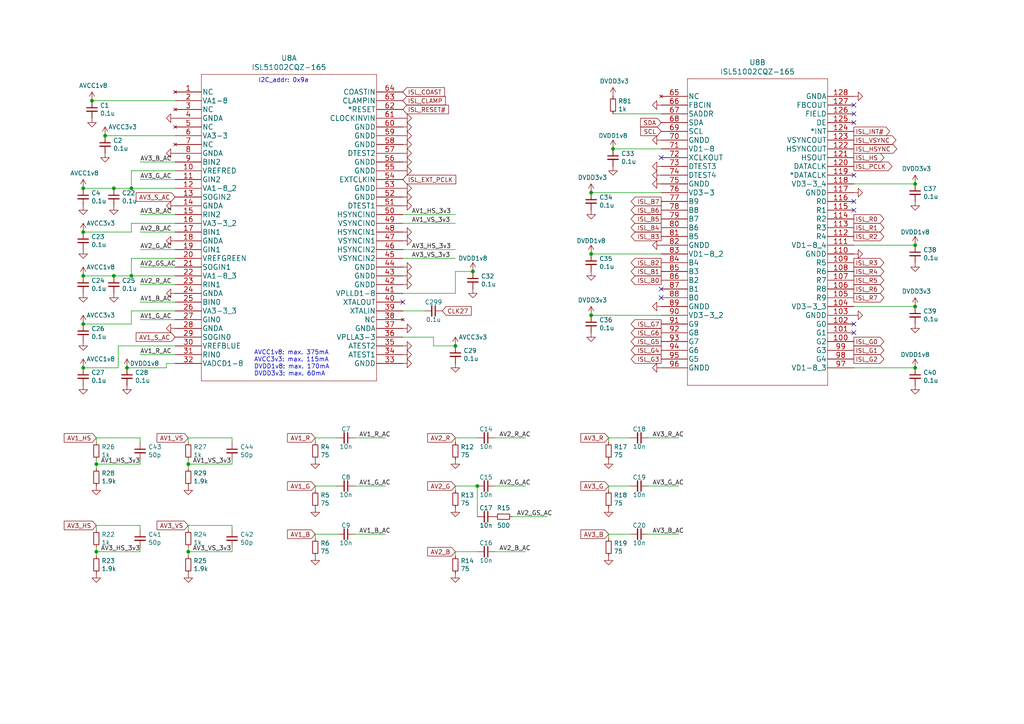
<source format=kicad_sch>
(kicad_sch (version 20211123) (generator eeschema)
  (paper "A4")
  (title_block (title "OSSC Pro") (date "2021-06-03") (rev "1.4"))
  (lib_symbols
    (symbol "Device:C_Small" (pin_numbers hide) (pin_names (offset 0.254) hide)
      (property "Reference" "C" (at 0.254 1.778 0))
      (property "Value" "C_Small" (at 0.254 -2.032 0))
      (symbol "C_Small_1_1"
        (pin passive line (at 0 2.54 270) (length 2.032) (name "~") (number "1"))
        (pin passive line (at 0 -2.54 90) (length 2.032) (name "~") (number "2"))
      )
    )
    (symbol "Device:R_Small" (pin_numbers hide) (pin_names (offset 0.254) hide)
      (property "Reference" "R" (at 0.762 0.508 0))
      (property "Value" "R_Small" (at 0.762 -1.016 0))
      (symbol "R_Small_1_1"
        (pin passive line (at 0 2.54 270) (length 0.762) (name "~") (number "1"))
        (pin passive line (at 0 -2.54 90) (length 0.762) (name "~") (number "2"))
      )
    )
    (symbol "custom_components:AVCC1v8" (power) (pin_names (offset 0))
      (property "Value" "AVCC1v8" (at 0 3.556 0))
      (symbol "AVCC1v8_1_1"
        (pin power_in line (at 0 0 90) (length 0) hide (name "AVCC1v8") (number "1"))
      )
    )
    (symbol "custom_components:AVCC3v3" (power) (pin_names (offset 0))
      (property "Value" "AVCC3v3" (at 0 3.556 0))
      (symbol "AVCC3v3_1_1"
        (pin power_in line (at 0 0 90) (length 0) hide (name "AVCC3v3") (number "1"))
      )
    )
    (symbol "custom_components:DVDD1v8" (power) (pin_names (offset 0))
      (property "Value" "DVDD1v8" (at 0 3.556 0))
      (symbol "DVDD1v8_1_1"
        (pin power_in line (at 0 0 90) (length 0) hide (name "DVDD1v8") (number "1"))
      )
    )
    (symbol "custom_components:DVDD3v3" (power) (pin_names (offset 0))
      (property "Value" "DVDD3v3" (at 0 3.556 0))
      (symbol "DVDD3v3_1_1"
        (pin power_in line (at 0 0 90) (length 0) hide (name "DVDD3v3") (number "1"))
      )
    )
    (symbol "custom_components:ISL51002CQZ-165" (pin_names (offset 0.254))
      (property "Reference" "U" (at 33.02 10.16 0))
      (property "Value" "ISL51002CQZ-165" (at 33.02 7.62 0))
      (symbol "ISL51002CQZ-165_1_1"
        (pin no_connect line (at 0 0 0) (length 7.62) (name "NC") (number "1"))
        (pin input line (at 0 -22.86 0) (length 7.62) (name "VREFRED") (number "10"))
        (pin input line (at 0 -25.4 0) (length 7.62) (name "GIN2") (number "11"))
        (pin power_in line (at 0 -27.94 0) (length 7.62) (name "VA1-8_2") (number "12"))
        (pin input line (at 0 -30.48 0) (length 7.62) (name "SOGIN2") (number "13"))
        (pin power_in line (at 0 -33.02 0) (length 7.62) (name "GNDA") (number "14"))
        (pin input line (at 0 -35.56 0) (length 7.62) (name "RIN2") (number "15"))
        (pin power_in line (at 0 -38.1 0) (length 7.62) (name "VA3-3_2") (number "16"))
        (pin input line (at 0 -40.64 0) (length 7.62) (name "BIN1") (number "17"))
        (pin power_in line (at 0 -43.18 0) (length 7.62) (name "GNDA") (number "18"))
        (pin input line (at 0 -45.72 0) (length 7.62) (name "GIN1") (number "19"))
        (pin power_in line (at 0 -2.54 0) (length 7.62) (name "VA1-8") (number "2"))
        (pin input line (at 0 -48.26 0) (length 7.62) (name "VREFGREEN") (number "20"))
        (pin input line (at 0 -50.8 0) (length 7.62) (name "SOGIN1") (number "21"))
        (pin power_in line (at 0 -53.34 0) (length 7.62) (name "VA1-8_3") (number "22"))
        (pin input line (at 0 -55.88 0) (length 7.62) (name "RIN1") (number "23"))
        (pin power_in line (at 0 -58.42 0) (length 7.62) (name "GNDA") (number "24"))
        (pin input line (at 0 -60.96 0) (length 7.62) (name "BIN0") (number "25"))
        (pin power_in line (at 0 -63.5 0) (length 7.62) (name "VA3-3_3") (number "26"))
        (pin input line (at 0 -66.04 0) (length 7.62) (name "GIN0") (number "27"))
        (pin power_in line (at 0 -68.58 0) (length 7.62) (name "GNDA") (number "28"))
        (pin input line (at 0 -71.12 0) (length 7.62) (name "SOGIN0") (number "29"))
        (pin no_connect line (at 0 -5.08 0) (length 7.62) (name "NC") (number "3"))
        (pin input line (at 0 -73.66 0) (length 7.62) (name "VREFBLUE") (number "30"))
        (pin input line (at 0 -76.2 0) (length 7.62) (name "RIN0") (number "31"))
        (pin power_in line (at 0 -78.74 0) (length 7.62) (name "VADCD1-8") (number "32"))
        (pin power_in line (at 66.04 -78.74 180) (length 7.62) (name "GNDD") (number "33"))
        (pin input line (at 66.04 -76.2 180) (length 7.62) (name "ATEST1") (number "34"))
        (pin input line (at 66.04 -73.66 180) (length 7.62) (name "ATEST2") (number "35"))
        (pin power_in line (at 66.04 -71.12 180) (length 7.62) (name "VPLLA3-3") (number "36"))
        (pin power_in line (at 66.04 -68.58 180) (length 7.62) (name "GNDA") (number "37"))
        (pin no_connect line (at 66.04 -66.04 180) (length 7.62) (name "NC") (number "38"))
        (pin input line (at 66.04 -63.5 180) (length 7.62) (name "XTALIN") (number "39"))
        (pin power_in line (at 0 -7.62 0) (length 7.62) (name "GNDA") (number "4"))
        (pin output line (at 66.04 -60.96 180) (length 7.62) (name "XTALOUT") (number "40"))
        (pin power_in line (at 66.04 -58.42 180) (length 7.62) (name "VPLLD1-8") (number "41"))
        (pin power_in line (at 66.04 -55.88 180) (length 7.62) (name "GNDD") (number "42"))
        (pin power_in line (at 66.04 -53.34 180) (length 7.62) (name "GNDD") (number "43"))
        (pin power_in line (at 66.04 -50.8 180) (length 7.62) (name "GNDD") (number "44"))
        (pin input line (at 66.04 -48.26 180) (length 7.62) (name "VSYNCIN2") (number "45"))
        (pin input line (at 66.04 -45.72 180) (length 7.62) (name "HSYNCIN2") (number "46"))
        (pin input line (at 66.04 -43.18 180) (length 7.62) (name "VSYNCIN1") (number "47"))
        (pin input line (at 66.04 -40.64 180) (length 7.62) (name "HSYNCIN1") (number "48"))
        (pin input line (at 66.04 -38.1 180) (length 7.62) (name "VSYNCIN0") (number "49"))
        (pin no_connect line (at 0 -10.16 0) (length 7.62) (name "NC") (number "5"))
        (pin input line (at 66.04 -35.56 180) (length 7.62) (name "HSYNCIN0") (number "50"))
        (pin input line (at 66.04 -33.02 180) (length 7.62) (name "DTEST1") (number "51"))
        (pin power_in line (at 66.04 -30.48 180) (length 7.62) (name "GNDD") (number "52"))
        (pin power_in line (at 66.04 -27.94 180) (length 7.62) (name "GNDD") (number "53"))
        (pin input line (at 66.04 -25.4 180) (length 7.62) (name "EXTCLKIN") (number "54"))
        (pin power_in line (at 66.04 -22.86 180) (length 7.62) (name "GNDD") (number "55"))
        (pin power_in line (at 66.04 -20.32 180) (length 7.62) (name "GNDD") (number "56"))
        (pin input line (at 66.04 -17.78 180) (length 7.62) (name "DTEST2") (number "57"))
        (pin power_in line (at 66.04 -15.24 180) (length 7.62) (name "GNDD") (number "58"))
        (pin power_in line (at 66.04 -12.7 180) (length 7.62) (name "GNDD") (number "59"))
        (pin power_in line (at 0 -12.7 0) (length 7.62) (name "VA3-3") (number "6"))
        (pin power_in line (at 66.04 -10.16 180) (length 7.62) (name "GNDD") (number "60"))
        (pin input line (at 66.04 -7.62 180) (length 7.62) (name "CLOCKINVIN") (number "61"))
        (pin input line (at 66.04 -5.08 180) (length 7.62) (name "*RESET") (number "62"))
        (pin input line (at 66.04 -2.54 180) (length 7.62) (name "CLAMPIN") (number "63"))
        (pin input line (at 66.04 0 180) (length 7.62) (name "COASTIN") (number "64"))
        (pin no_connect line (at 0 -15.24 0) (length 7.62) (name "NC") (number "7"))
        (pin power_in line (at 0 -17.78 0) (length 7.62) (name "GNDA") (number "8"))
        (pin input line (at 0 -20.32 0) (length 7.62) (name "BIN2") (number "9"))
      )
      (symbol "ISL51002CQZ-165_2_1"
        (pin output line (at 55.88 -71.12 180) (length 7.62) (name "G2") (number "100"))
        (pin output line (at 55.88 -68.58 180) (length 7.62) (name "G1") (number "101"))
        (pin output line (at 55.88 -66.04 180) (length 7.62) (name "G0") (number "102"))
        (pin power_in line (at 55.88 -63.5 180) (length 7.62) (name "GNDD") (number "103"))
        (pin power_in line (at 55.88 -60.96 180) (length 7.62) (name "VD3-3_3") (number "104"))
        (pin output line (at 55.88 -58.42 180) (length 7.62) (name "R9") (number "105"))
        (pin output line (at 55.88 -55.88 180) (length 7.62) (name "R8") (number "106"))
        (pin output line (at 55.88 -53.34 180) (length 7.62) (name "R7") (number "107"))
        (pin output line (at 55.88 -50.8 180) (length 7.62) (name "R6") (number "108"))
        (pin output line (at 55.88 -48.26 180) (length 7.62) (name "R5") (number "109"))
        (pin power_in line (at 55.88 -45.72 180) (length 7.62) (name "GNDD") (number "110"))
        (pin power_in line (at 55.88 -43.18 180) (length 7.62) (name "VD1-8_4") (number "111"))
        (pin output line (at 55.88 -40.64 180) (length 7.62) (name "R4") (number "112"))
        (pin output line (at 55.88 -38.1 180) (length 7.62) (name "R3") (number "113"))
        (pin output line (at 55.88 -35.56 180) (length 7.62) (name "R2") (number "114"))
        (pin output line (at 55.88 -33.02 180) (length 7.62) (name "R1") (number "115"))
        (pin output line (at 55.88 -30.48 180) (length 7.62) (name "R0") (number "116"))
        (pin power_in line (at 55.88 -27.94 180) (length 7.62) (name "GNDD") (number "117"))
        (pin power_in line (at 55.88 -25.4 180) (length 7.62) (name "VD3-3_4") (number "118"))
        (pin output line (at 55.88 -22.86 180) (length 7.62) (name "*DATACLK") (number "119"))
        (pin output line (at 55.88 -20.32 180) (length 7.62) (name "DATACLK") (number "120"))
        (pin output line (at 55.88 -17.78 180) (length 7.62) (name "HSOUT") (number "121"))
        (pin output line (at 55.88 -15.24 180) (length 7.62) (name "HSYNCOUT") (number "122"))
        (pin output line (at 55.88 -12.7 180) (length 7.62) (name "VSYNCOUT") (number "123"))
        (pin output line (at 55.88 -10.16 180) (length 7.62) (name "*INT") (number "124"))
        (pin output line (at 55.88 -7.62 180) (length 7.62) (name "DE") (number "125"))
        (pin output line (at 55.88 -5.08 180) (length 7.62) (name "FIELD") (number "126"))
        (pin output line (at 55.88 -2.54 180) (length 7.62) (name "FBCOUT") (number "127"))
        (pin power_in line (at 55.88 0 180) (length 7.62) (name "GNDA") (number "128"))
        (pin no_connect line (at 0 0 0) (length 7.62) (name "NC") (number "65"))
        (pin input line (at 0 -2.54 0) (length 7.62) (name "FBCIN") (number "66"))
        (pin input line (at 0 -5.08 0) (length 7.62) (name "SADDR") (number "67"))
        (pin bidirectional line (at 0 -7.62 0) (length 7.62) (name "SDA") (number "68"))
        (pin input line (at 0 -10.16 0) (length 7.62) (name "SCL") (number "69"))
        (pin power_in line (at 0 -12.7 0) (length 7.62) (name "GNDD") (number "70"))
        (pin power_in line (at 0 -15.24 0) (length 7.62) (name "VD1-8") (number "71"))
        (pin output line (at 0 -17.78 0) (length 7.62) (name "XCLKOUT") (number "72"))
        (pin input line (at 0 -20.32 0) (length 7.62) (name "DTEST3") (number "73"))
        (pin input line (at 0 -22.86 0) (length 7.62) (name "DTEST4") (number "74"))
        (pin power_in line (at 0 -25.4 0) (length 7.62) (name "GNDD") (number "75"))
        (pin power_in line (at 0 -27.94 0) (length 7.62) (name "VD3-3") (number "76"))
        (pin output line (at 0 -30.48 0) (length 7.62) (name "B9") (number "77"))
        (pin output line (at 0 -33.02 0) (length 7.62) (name "B8") (number "78"))
        (pin output line (at 0 -35.56 0) (length 7.62) (name "B7") (number "79"))
        (pin output line (at 0 -38.1 0) (length 7.62) (name "B6") (number "80"))
        (pin output line (at 0 -40.64 0) (length 7.62) (name "B5") (number "81"))
        (pin power_in line (at 0 -43.18 0) (length 7.62) (name "GNDD") (number "82"))
        (pin power_in line (at 0 -45.72 0) (length 7.62) (name "VD1-8_2") (number "83"))
        (pin output line (at 0 -48.26 0) (length 7.62) (name "B4") (number "84"))
        (pin output line (at 0 -50.8 0) (length 7.62) (name "B3") (number "85"))
        (pin output line (at 0 -53.34 0) (length 7.62) (name "B2") (number "86"))
        (pin output line (at 0 -55.88 0) (length 7.62) (name "B1") (number "87"))
        (pin output line (at 0 -58.42 0) (length 7.62) (name "B0") (number "88"))
        (pin power_in line (at 0 -60.96 0) (length 7.62) (name "GNDD") (number "89"))
        (pin power_in line (at 0 -63.5 0) (length 7.62) (name "VD3-3_2") (number "90"))
        (pin output line (at 0 -66.04 0) (length 7.62) (name "G9") (number "91"))
        (pin output line (at 0 -68.58 0) (length 7.62) (name "G8") (number "92"))
        (pin output line (at 0 -71.12 0) (length 7.62) (name "G7") (number "93"))
        (pin output line (at 0 -73.66 0) (length 7.62) (name "G6") (number "94"))
        (pin output line (at 0 -76.2 0) (length 7.62) (name "G5") (number "95"))
        (pin power_in line (at 0 -78.74 0) (length 7.62) (name "GNDD") (number "96"))
        (pin power_in line (at 55.88 -78.74 180) (length 7.62) (name "VD1-8_3") (number "97"))
        (pin output line (at 55.88 -76.2 180) (length 7.62) (name "G4") (number "98"))
        (pin output line (at 55.88 -73.66 180) (length 7.62) (name "G3") (number "99"))
      )
    )
    (symbol "power:GND" (power) (pin_names (offset 0))
      (property "Value" "GND" (at 0 -3.81 0))
      (symbol "GND_1_1"
        (pin power_in line (at 0 0 270) (length 0) hide (name "GND") (number "1"))
      )
    )
  )
  (junction (at 171.45 55.88))
  (junction (at 38.1 54.61))
  (junction (at 27.94 134.62))
  (junction (at 265.43 71.12))
  (junction (at 36.83 106.68))
  (junction (at 171.45 73.66))
  (junction (at 24.13 106.68))
  (junction (at 171.45 91.44))
  (junction (at 27.94 160.02))
  (junction (at 132.08 100.33))
  (junction (at 265.43 88.9))
  (junction (at 138.43 140.97))
  (junction (at 265.43 106.68))
  (junction (at 24.13 54.61))
  (junction (at 24.13 93.98))
  (junction (at 265.43 53.34))
  (junction (at 54.61 134.62))
  (junction (at 38.1 80.01))
  (junction (at 33.02 54.61))
  (junction (at 137.16 78.74))
  (junction (at 54.61 160.02))
  (junction (at 177.8 43.18))
  (junction (at 26.67 29.21))
  (junction (at 30.48 39.37))
  (junction (at 24.13 80.01))
  (junction (at 24.13 67.31))
  (junction (at 33.02 80.01))
  (no_connect (at 247.65 96.52))
  (no_connect (at 247.65 50.8))
  (no_connect (at 247.65 35.56))
  (no_connect (at 116.84 87.63))
  (no_connect (at 247.65 60.96))
  (no_connect (at 247.65 58.42))
  (no_connect (at 191.77 86.36))
  (no_connect (at 191.77 83.82))
  (no_connect (at 247.65 33.02))
  (no_connect (at 191.77 45.72))
  (no_connect (at 247.65 93.98))
  (no_connect (at 247.65 30.48))
  (wire (pts (xy 54.61 153.67) (xy 54.61 152.4)))
  (wire (pts (xy 54.61 128.27) (xy 54.61 127)))
  (wire (pts (xy 132.08 62.23) (xy 116.84 62.23)))
  (wire (pts (xy 38.1 67.31) (xy 24.13 67.31)))
  (wire (pts (xy 24.13 80.01) (xy 33.02 80.01)))
  (wire (pts (xy 54.61 158.75) (xy 54.61 160.02)))
  (wire (pts (xy 50.8 74.93) (xy 38.1 74.93)))
  (wire (pts (xy 91.44 156.21) (xy 91.44 154.94)))
  (wire (pts (xy 27.94 134.62) (xy 27.94 135.89)))
  (wire (pts (xy 40.64 153.67) (xy 40.64 152.4)))
  (wire (pts (xy 38.1 93.98) (xy 24.13 93.98)))
  (wire (pts (xy 67.31 153.67) (xy 67.31 152.4)))
  (wire (pts (xy 132.08 78.74) (xy 137.16 78.74)))
  (wire (pts (xy 40.64 62.23) (xy 50.8 62.23)))
  (wire (pts (xy 265.43 71.12) (xy 247.65 71.12)))
  (wire (pts (xy 54.61 133.35) (xy 54.61 134.62)))
  (wire (pts (xy 111.76 154.94) (xy 102.87 154.94)))
  (wire (pts (xy 132.08 64.77) (xy 116.84 64.77)))
  (wire (pts (xy 91.44 142.24) (xy 91.44 140.97)))
  (wire (pts (xy 67.31 128.27) (xy 67.31 127)))
  (wire (pts (xy 116.84 74.93) (xy 132.08 74.93)))
  (wire (pts (xy 50.8 29.21) (xy 26.67 29.21)))
  (wire (pts (xy 132.08 142.24) (xy 132.08 140.97)))
  (wire (pts (xy 40.64 92.71) (xy 50.8 92.71)))
  (wire (pts (xy 67.31 127) (xy 54.61 127)))
  (wire (pts (xy 191.77 73.66) (xy 171.45 73.66)))
  (wire (pts (xy 48.26 105.41) (xy 48.26 106.68)))
  (wire (pts (xy 111.76 127) (xy 102.87 127)))
  (wire (pts (xy 67.31 152.4) (xy 54.61 152.4)))
  (wire (pts (xy 116.84 72.39) (xy 132.08 72.39)))
  (wire (pts (xy 30.48 39.37) (xy 50.8 39.37)))
  (wire (pts (xy 111.76 140.97) (xy 102.87 140.97)))
  (wire (pts (xy 196.85 154.94) (xy 187.96 154.94)))
  (wire (pts (xy 152.4 140.97) (xy 143.51 140.97)))
  (wire (pts (xy 38.1 67.31) (xy 38.1 64.77)))
  (wire (pts (xy 54.61 160.02) (xy 67.31 160.02)))
  (wire (pts (xy 50.8 54.61) (xy 38.1 54.61)))
  (wire (pts (xy 40.64 67.31) (xy 50.8 67.31)))
  (wire (pts (xy 247.65 88.9) (xy 265.43 88.9)))
  (wire (pts (xy 176.53 156.21) (xy 176.53 154.94)))
  (wire (pts (xy 50.8 90.17) (xy 38.1 90.17)))
  (wire (pts (xy 196.85 127) (xy 187.96 127)))
  (wire (pts (xy 97.79 127) (xy 91.44 127)))
  (wire (pts (xy 27.94 160.02) (xy 40.64 160.02)))
  (wire (pts (xy 182.88 127) (xy 176.53 127)))
  (wire (pts (xy 67.31 160.02) (xy 67.31 158.75)))
  (wire (pts (xy 176.53 128.27) (xy 176.53 127)))
  (wire (pts (xy 27.94 158.75) (xy 27.94 160.02)))
  (wire (pts (xy 67.31 134.62) (xy 67.31 133.35)))
  (wire (pts (xy 182.88 154.94) (xy 176.53 154.94)))
  (wire (pts (xy 132.08 100.33) (xy 125.73 100.33)))
  (wire (pts (xy 40.64 46.99) (xy 50.8 46.99)))
  (wire (pts (xy 40.64 72.39) (xy 50.8 72.39)))
  (wire (pts (xy 40.64 134.62) (xy 40.64 133.35)))
  (wire (pts (xy 40.64 128.27) (xy 40.64 127)))
  (wire (pts (xy 27.94 128.27) (xy 27.94 127)))
  (wire (pts (xy 152.4 160.02) (xy 143.51 160.02)))
  (wire (pts (xy 97.79 140.97) (xy 91.44 140.97)))
  (wire (pts (xy 40.64 52.07) (xy 50.8 52.07)))
  (wire (pts (xy 132.08 161.29) (xy 132.08 160.02)))
  (wire (pts (xy 54.61 134.62) (xy 67.31 134.62)))
  (wire (pts (xy 38.1 49.53) (xy 50.8 49.53)))
  (wire (pts (xy 38.1 54.61) (xy 38.1 49.53)))
  (wire (pts (xy 116.84 85.09) (xy 132.08 85.09)))
  (wire (pts (xy 152.4 127) (xy 143.51 127)))
  (wire (pts (xy 247.65 53.34) (xy 265.43 53.34)))
  (wire (pts (xy 38.1 54.61) (xy 33.02 54.61)))
  (wire (pts (xy 50.8 64.77) (xy 38.1 64.77)))
  (wire (pts (xy 138.43 140.97) (xy 138.43 149.86)))
  (wire (pts (xy 132.08 128.27) (xy 132.08 127)))
  (wire (pts (xy 27.94 134.62) (xy 40.64 134.62)))
  (wire (pts (xy 50.8 105.41) (xy 48.26 105.41)))
  (wire (pts (xy 40.64 82.55) (xy 50.8 82.55)))
  (wire (pts (xy 138.43 160.02) (xy 132.08 160.02)))
  (wire (pts (xy 54.61 160.02) (xy 54.61 161.29)))
  (wire (pts (xy 40.64 160.02) (xy 40.64 158.75)))
  (wire (pts (xy 34.29 106.68) (xy 34.29 100.33)))
  (wire (pts (xy 40.64 152.4) (xy 27.94 152.4)))
  (wire (pts (xy 132.08 85.09) (xy 132.08 78.74)))
  (wire (pts (xy 138.43 127) (xy 132.08 127)))
  (wire (pts (xy 97.79 154.94) (xy 91.44 154.94)))
  (wire (pts (xy 27.94 133.35) (xy 27.94 134.62)))
  (wire (pts (xy 40.64 127) (xy 27.94 127)))
  (wire (pts (xy 91.44 128.27) (xy 91.44 127)))
  (wire (pts (xy 40.64 102.87) (xy 50.8 102.87)))
  (wire (pts (xy 38.1 90.17) (xy 38.1 93.98)))
  (wire (pts (xy 40.64 87.63) (xy 50.8 87.63)))
  (wire (pts (xy 265.43 106.68) (xy 247.65 106.68)))
  (wire (pts (xy 158.75 149.86) (xy 148.59 149.86)))
  (wire (pts (xy 176.53 142.24) (xy 176.53 140.97)))
  (wire (pts (xy 191.77 33.02) (xy 177.8 33.02)))
  (wire (pts (xy 191.77 55.88) (xy 171.45 55.88)))
  (wire (pts (xy 48.26 106.68) (xy 36.83 106.68)))
  (wire (pts (xy 138.43 140.97) (xy 132.08 140.97)))
  (wire (pts (xy 34.29 100.33) (xy 50.8 100.33)))
  (wire (pts (xy 125.73 100.33) (xy 125.73 97.79)))
  (wire (pts (xy 177.8 43.18) (xy 191.77 43.18)))
  (wire (pts (xy 33.02 54.61) (xy 24.13 54.61)))
  (wire (pts (xy 24.13 106.68) (xy 34.29 106.68)))
  (wire (pts (xy 40.64 77.47) (xy 50.8 77.47)))
  (wire (pts (xy 171.45 91.44) (xy 191.77 91.44)))
  (wire (pts (xy 38.1 74.93) (xy 38.1 80.01)))
  (wire (pts (xy 50.8 80.01) (xy 38.1 80.01)))
  (wire (pts (xy 27.94 160.02) (xy 27.94 161.29)))
  (wire (pts (xy 196.85 140.97) (xy 187.96 140.97)))
  (wire (pts (xy 38.1 80.01) (xy 33.02 80.01)))
  (wire (pts (xy 182.88 140.97) (xy 176.53 140.97)))
  (wire (pts (xy 27.94 153.67) (xy 27.94 152.4)))
  (wire (pts (xy 116.84 90.17) (xy 123.19 90.17)))
  (wire (pts (xy 54.61 134.62) (xy 54.61 135.89)))
  (wire (pts (xy 125.73 97.79) (xy 116.84 97.79)))
  (text "I2C_addr: 0x9a" (at 74.93 24.13 0) (effects (font (size 1.27 1.27)) (justify left bottom)))
  (text "AVCC1v8: max. 375mA\nAVCC3v3: max. 115mA\nDVDD1v8: max. 170mA\nDVDD3v3: max. 60mA" (at 73.66 109.22 0) (effects (font (size 1.27 1.27)) (justify left bottom)))
  (label "AV2_R_AC" (at 144.78 127 0))
  (label "AV2_GS_AC" (at 40.64 77.47 0))
  (label "AV2_R_AC" (at 40.64 82.55 0))
  (label "AV3_HS_3v3" (at 29.21 160.02 0))
  (label "AV3_G_AC" (at 40.64 52.07 0))
  (label "AV1_B_AC" (at 104.14 154.94 0))
  (label "AV3_VS_3v3" (at 119.38 74.93 0))
  (label "AV1_G_AC" (at 40.64 92.71 0))
  (label "AV1_B_AC" (at 40.64 87.63 0))
  (label "AV1_HS_3v3" (at 29.21 134.62 0))
  (label "AV2_G_AC" (at 40.64 72.39 0))
  (label "AV3_HS_3v3" (at 119.38 72.39 0))
  (label "AV1_VS_3v3" (at 55.88 134.62 0))
  (label "AV3_B_AC" (at 40.64 46.99 0))
  (label "AV1_VS_3v3" (at 119.38 64.77 0))
  (label "AV2_B_AC" (at 144.78 160.02 0))
  (label "AV2_B_AC" (at 40.64 67.31 0))
  (label "AV2_GS_AC" (at 149.86 149.86 0))
  (label "AV1_R_AC" (at 104.14 127 0))
  (label "AV1_HS_3v3" (at 119.38 62.23 0))
  (label "AV1_R_AC" (at 40.64 102.87 0))
  (label "AV3_B_AC" (at 189.23 154.94 0))
  (label "AV3_R_AC" (at 40.64 62.23 0))
  (label "AV3_R_AC" (at 189.23 127 0))
  (label "AV3_VS_3v3" (at 55.88 160.02 0))
  (label "AV3_G_AC" (at 189.23 140.97 0))
  (label "AV2_G_AC" (at 144.78 140.97 0))
  (label "AV1_G_AC" (at 104.14 140.97 0))
  (global_label "AV1_G" (shape input) (at 91.44 140.97 180) (property "Intersheet References" "${INTERSHEET_REFS}" (effects hide)))
  (global_label "AV3_G" (shape input) (at 176.53 140.97 180) (property "Intersheet References" "${INTERSHEET_REFS}" (effects hide)))
  (global_label "ISL_B5" (shape output) (at 191.77 63.5 180) (property "Intersheet References" "${INTERSHEET_REFS}" (effects hide)))
  (global_label "AV3_HS" (shape input) (at 27.94 152.4 180) (property "Intersheet References" "${INTERSHEET_REFS}" (effects hide)))
  (global_label "ISL_B3" (shape output) (at 191.77 68.58 180) (property "Intersheet References" "${INTERSHEET_REFS}" (effects hide)))
  (global_label "SDA" (shape input) (at 191.77 35.56 180) (property "Intersheet References" "${INTERSHEET_REFS}" (effects hide)))
  (global_label "SCL" (shape input) (at 191.77 38.1 180) (property "Intersheet References" "${INTERSHEET_REFS}" (effects hide)))
  (global_label "ISL_R3" (shape output) (at 247.65 76.2 0) (property "Intersheet References" "${INTERSHEET_REFS}" (effects hide)))
  (global_label "ISL_G7" (shape output) (at 191.77 93.98 180) (property "Intersheet References" "${INTERSHEET_REFS}" (effects hide)))
  (global_label "AV3_S_AC" (shape input) (at 50.8 57.15 180) (property "Intersheet References" "${INTERSHEET_REFS}" (effects hide)))
  (global_label "ISL_R4" (shape output) (at 247.65 78.74 0) (property "Intersheet References" "${INTERSHEET_REFS}" (effects hide)))
  (global_label "ISL_R5" (shape output) (at 247.65 81.28 0) (property "Intersheet References" "${INTERSHEET_REFS}" (effects hide)))
  (global_label "ISL_EXT_PCLK" (shape input) (at 116.84 52.07 0) (property "Intersheet References" "${INTERSHEET_REFS}" (effects hide)))
  (global_label "ISL_HSYNC" (shape output) (at 247.65 43.18 0) (property "Intersheet References" "${INTERSHEET_REFS}" (effects hide)))
  (global_label "ISL_VSYNC" (shape output) (at 247.65 40.64 0) (property "Intersheet References" "${INTERSHEET_REFS}" (effects hide)))
  (global_label "ISL_R2" (shape output) (at 247.65 68.58 0) (property "Intersheet References" "${INTERSHEET_REFS}" (effects hide)))
  (global_label "ISL_R0" (shape output) (at 247.65 63.5 0) (property "Intersheet References" "${INTERSHEET_REFS}" (effects hide)))
  (global_label "AV2_R" (shape input) (at 132.08 127 180) (property "Intersheet References" "${INTERSHEET_REFS}" (effects hide)))
  (global_label "ISL_G3" (shape output) (at 191.77 104.14 180) (property "Intersheet References" "${INTERSHEET_REFS}" (effects hide)))
  (global_label "AV3_VS" (shape input) (at 54.61 152.4 180) (property "Intersheet References" "${INTERSHEET_REFS}" (effects hide)))
  (global_label "AV3_R" (shape input) (at 176.53 127 180) (property "Intersheet References" "${INTERSHEET_REFS}" (effects hide)))
  (global_label "ISL_PCLK" (shape output) (at 247.65 48.26 0) (property "Intersheet References" "${INTERSHEET_REFS}" (effects hide)))
  (global_label "CLK27" (shape input) (at 128.27 90.17 0) (property "Intersheet References" "${INTERSHEET_REFS}" (effects hide)))
  (global_label "ISL_CLAMP" (shape input) (at 116.84 29.21 0) (property "Intersheet References" "${INTERSHEET_REFS}" (effects hide)))
  (global_label "ISL_G2" (shape output) (at 247.65 104.14 0) (property "Intersheet References" "${INTERSHEET_REFS}" (effects hide)))
  (global_label "ISL_RESET#" (shape input) (at 116.84 31.75 0) (property "Intersheet References" "${INTERSHEET_REFS}" (effects hide)))
  (global_label "AV3_B" (shape input) (at 176.53 154.94 180) (property "Intersheet References" "${INTERSHEET_REFS}" (effects hide)))
  (global_label "ISL_B2" (shape output) (at 191.77 76.2 180) (property "Intersheet References" "${INTERSHEET_REFS}" (effects hide)))
  (global_label "ISL_COAST" (shape input) (at 116.84 26.67 0) (property "Intersheet References" "${INTERSHEET_REFS}" (effects hide)))
  (global_label "ISL_B4" (shape output) (at 191.77 66.04 180) (property "Intersheet References" "${INTERSHEET_REFS}" (effects hide)))
  (global_label "AV1_HS" (shape input) (at 27.94 127 180) (property "Intersheet References" "${INTERSHEET_REFS}" (effects hide)))
  (global_label "ISL_G6" (shape output) (at 191.77 96.52 180) (property "Intersheet References" "${INTERSHEET_REFS}" (effects hide)))
  (global_label "ISL_R6" (shape output) (at 247.65 83.82 0) (property "Intersheet References" "${INTERSHEET_REFS}" (effects hide)))
  (global_label "ISL_B6" (shape output) (at 191.77 60.96 180) (property "Intersheet References" "${INTERSHEET_REFS}" (effects hide)))
  (global_label "ISL_G1" (shape output) (at 247.65 101.6 0) (property "Intersheet References" "${INTERSHEET_REFS}" (effects hide)))
  (global_label "ISL_R1" (shape output) (at 247.65 66.04 0) (property "Intersheet References" "${INTERSHEET_REFS}" (effects hide)))
  (global_label "AV1_R" (shape input) (at 91.44 127 180) (property "Intersheet References" "${INTERSHEET_REFS}" (effects hide)))
  (global_label "ISL_G0" (shape output) (at 247.65 99.06 0) (property "Intersheet References" "${INTERSHEET_REFS}" (effects hide)))
  (global_label "ISL_B7" (shape output) (at 191.77 58.42 180) (property "Intersheet References" "${INTERSHEET_REFS}" (effects hide)))
  (global_label "AV1_B" (shape input) (at 91.44 154.94 180) (property "Intersheet References" "${INTERSHEET_REFS}" (effects hide)))
  (global_label "ISL_G5" (shape output) (at 191.77 99.06 180) (property "Intersheet References" "${INTERSHEET_REFS}" (effects hide)))
  (global_label "ISL_B0" (shape output) (at 191.77 81.28 180) (property "Intersheet References" "${INTERSHEET_REFS}" (effects hide)))
  (global_label "ISL_INT#" (shape output) (at 247.65 38.1 0) (property "Intersheet References" "${INTERSHEET_REFS}" (effects hide)))
  (global_label "AV1_VS" (shape input) (at 54.61 127 180) (property "Intersheet References" "${INTERSHEET_REFS}" (effects hide)))
  (global_label "AV2_B" (shape input) (at 132.08 160.02 180) (property "Intersheet References" "${INTERSHEET_REFS}" (effects hide)))
  (global_label "ISL_HS" (shape output) (at 247.65 45.72 0) (property "Intersheet References" "${INTERSHEET_REFS}" (effects hide)))
  (global_label "ISL_R7" (shape output) (at 247.65 86.36 0) (property "Intersheet References" "${INTERSHEET_REFS}" (effects hide)))
  (global_label "AV2_G" (shape input) (at 132.08 140.97 180) (property "Intersheet References" "${INTERSHEET_REFS}" (effects hide)))
  (global_label "ISL_G4" (shape output) (at 191.77 101.6 180) (property "Intersheet References" "${INTERSHEET_REFS}" (effects hide)))
  (global_label "AV1_S_AC" (shape input) (at 50.8 97.79 180) (property "Intersheet References" "${INTERSHEET_REFS}" (effects hide)))
  (global_label "ISL_B1" (shape output) (at 191.77 78.74 180) (property "Intersheet References" "${INTERSHEET_REFS}" (effects hide)))
  (symbol (lib_id "custom_components:ISL51002CQZ-165") (at 50.8 26.67 0) (unit 1)
    (property "Reference" "U8" (at 83.82 16.8402 0) (effects (font (size 1.524 1.524))))
    (property "Value" "ISL51002CQZ-165" (at 83.82 19.5326 0) (effects (font (size 1.524 1.524))))
    (property "Footprint" "custom_components:ISL51002CQZ-165" (effects hide))
  )
  (symbol (lib_id "custom_components:ISL51002CQZ-165") (at 191.77 27.94 0) (unit 2)
    (property "Reference" "U8" (at 219.71 18.1102 0) (effects (font (size 1.524 1.524))))
    (property "Value" "ISL51002CQZ-165" (at 219.71 20.8026 0) (effects (font (size 1.524 1.524))))
    (property "Footprint" "custom_components:ISL51002CQZ-165" (effects hide))
  )
  (symbol (lib_id "Device:C_Small") (at 26.67 31.75 0) (unit 1)
    (property "Reference" "C1" (at 29.0068 30.5816 0) (effects (justify left)))
    (property "Value" "0.1u" (at 29.0068 32.893 0) (effects (justify left)))
    (property "Footprint" "Capacitor_SMD:C_0402_1005Metric" (effects hide))
  )
  (symbol (lib_id "power:GND") (at 26.67 34.29 0) (unit 1)
    (property "Reference" "#PWR0135" (effects hide))
    (property "Value" "GND" (effects hide))
  )
  (symbol (lib_id "custom_components:AVCC1v8") (at 26.67 29.21 0) (unit 1)
    (property "Reference" "#PWR0136" (effects hide))
    (property "Value" "AVCC1v8" (at 27.051 24.8158 0))
  )
  (symbol (lib_id "power:GND") (at 50.8 34.29 270) (unit 1)
    (property "Reference" "#PWR0137" (effects hide))
    (property "Value" "GND" (effects hide))
  )
  (symbol (lib_id "power:GND") (at 50.8 44.45 270) (unit 1)
    (property "Reference" "#PWR0138" (effects hide))
    (property "Value" "GND" (effects hide))
  )
  (symbol (lib_id "power:GND") (at 50.8 59.69 270) (unit 1)
    (property "Reference" "#PWR0139" (effects hide))
    (property "Value" "GND" (effects hide))
  )
  (symbol (lib_id "power:GND") (at 50.8 69.85 270) (unit 1)
    (property "Reference" "#PWR0140" (effects hide))
    (property "Value" "GND" (effects hide))
  )
  (symbol (lib_id "power:GND") (at 50.8 85.09 270) (unit 1)
    (property "Reference" "#PWR0141" (effects hide))
    (property "Value" "GND" (effects hide))
  )
  (symbol (lib_id "power:GND") (at 50.8 95.25 270) (unit 1)
    (property "Reference" "#PWR0142" (effects hide))
    (property "Value" "GND" (effects hide))
  )
  (symbol (lib_id "Device:C_Small") (at 30.48 41.91 0) (unit 1)
    (property "Reference" "C2" (at 32.8168 40.7416 0) (effects (justify left)))
    (property "Value" "0.1u" (at 32.8168 43.053 0) (effects (justify left)))
    (property "Footprint" "Capacitor_SMD:C_0402_1005Metric" (effects hide))
  )
  (symbol (lib_id "power:GND") (at 30.48 44.45 0) (unit 1)
    (property "Reference" "#PWR0143" (effects hide))
    (property "Value" "GND" (effects hide))
  )
  (symbol (lib_id "custom_components:AVCC3v3") (at 30.48 39.37 0) (unit 1)
    (property "Reference" "#PWR0144" (effects hide))
    (property "Value" "AVCC3v3" (at 35.56 36.83 0))
  )
  (symbol (lib_id "Device:C_Small") (at 24.13 57.15 0) (unit 1)
    (property "Reference" "C4" (at 26.4668 55.9816 0) (effects (justify left)))
    (property "Value" "0.1u" (at 26.4668 58.293 0) (effects (justify left)))
    (property "Footprint" "Capacitor_SMD:C_0402_1005Metric" (effects hide))
  )
  (symbol (lib_id "Device:C_Small") (at 33.02 57.15 0) (unit 1)
    (property "Reference" "C22" (at 35.3568 55.9816 0) (effects (justify left)))
    (property "Value" "0.1u" (at 35.3568 58.293 0) (effects (justify left)))
    (property "Footprint" "Capacitor_SMD:C_0402_1005Metric" (effects hide))
  )
  (symbol (lib_id "power:GND") (at 24.13 59.69 0) (unit 1)
    (property "Reference" "#PWR0145" (effects hide))
    (property "Value" "GND" (effects hide))
  )
  (symbol (lib_id "power:GND") (at 33.02 59.69 0) (unit 1)
    (property "Reference" "#PWR0146" (effects hide))
    (property "Value" "GND" (effects hide))
  )
  (symbol (lib_id "custom_components:AVCC1v8") (at 24.13 54.61 0) (unit 1)
    (property "Reference" "#PWR0147" (effects hide))
    (property "Value" "AVCC1v8" (at 24.511 50.2158 0))
  )
  (symbol (lib_id "Device:C_Small") (at 24.13 69.85 0) (unit 1)
    (property "Reference" "C23" (at 26.4668 68.6816 0) (effects (justify left)))
    (property "Value" "0.1u" (at 26.4668 70.993 0) (effects (justify left)))
    (property "Footprint" "Capacitor_SMD:C_0402_1005Metric" (effects hide))
  )
  (symbol (lib_id "power:GND") (at 24.13 72.39 0) (unit 1)
    (property "Reference" "#PWR0148" (effects hide))
    (property "Value" "GND" (effects hide))
  )
  (symbol (lib_id "custom_components:AVCC3v3") (at 24.13 67.31 0) (unit 1)
    (property "Reference" "#PWR0149" (effects hide))
    (property "Value" "AVCC3v3" (at 29.21 64.77 0))
  )
  (symbol (lib_id "Device:C_Small") (at 33.02 82.55 0) (unit 1)
    (property "Reference" "C25" (at 35.3568 81.3816 0) (effects (justify left)))
    (property "Value" "0.1u" (at 35.3568 83.693 0) (effects (justify left)))
    (property "Footprint" "Capacitor_SMD:C_0402_1005Metric" (effects hide))
  )
  (symbol (lib_id "Device:C_Small") (at 24.13 82.55 0) (unit 1)
    (property "Reference" "C24" (at 26.4668 81.3816 0) (effects (justify left)))
    (property "Value" "0.1u" (at 26.4668 83.693 0) (effects (justify left)))
    (property "Footprint" "Capacitor_SMD:C_0402_1005Metric" (effects hide))
  )
  (symbol (lib_id "power:GND") (at 24.13 85.09 0) (unit 1)
    (property "Reference" "#PWR0150" (effects hide))
    (property "Value" "GND" (effects hide))
  )
  (symbol (lib_id "power:GND") (at 33.02 85.09 0) (unit 1)
    (property "Reference" "#PWR0151" (effects hide))
    (property "Value" "GND" (effects hide))
  )
  (symbol (lib_id "custom_components:AVCC1v8") (at 24.13 80.01 0) (unit 1)
    (property "Reference" "#PWR0152" (effects hide))
    (property "Value" "AVCC1v8" (at 29.21 77.47 0))
  )
  (symbol (lib_id "Device:C_Small") (at 24.13 96.52 0) (unit 1)
    (property "Reference" "C26" (at 26.4668 95.3516 0) (effects (justify left)))
    (property "Value" "0.1u" (at 26.4668 97.663 0) (effects (justify left)))
    (property "Footprint" "Capacitor_SMD:C_0402_1005Metric" (effects hide))
  )
  (symbol (lib_id "custom_components:AVCC3v3") (at 24.13 93.98 0) (unit 1)
    (property "Reference" "#PWR0153" (effects hide))
    (property "Value" "AVCC3v3" (at 29.21 91.44 0))
  )
  (symbol (lib_id "power:GND") (at 24.13 99.06 0) (unit 1)
    (property "Reference" "#PWR0154" (effects hide))
    (property "Value" "GND" (effects hide))
  )
  (symbol (lib_id "Device:C_Small") (at 24.13 109.22 0) (unit 1)
    (property "Reference" "C27" (at 26.4668 108.0516 0) (effects (justify left)))
    (property "Value" "0.1u" (at 26.4668 110.363 0) (effects (justify left)))
    (property "Footprint" "Capacitor_SMD:C_0402_1005Metric" (effects hide))
  )
  (symbol (lib_id "custom_components:AVCC1v8") (at 24.13 106.68 0) (unit 1)
    (property "Reference" "#PWR0155" (effects hide))
    (property "Value" "AVCC1v8" (at 29.21 104.14 0))
  )
  (symbol (lib_id "power:GND") (at 24.13 111.76 0) (unit 1)
    (property "Reference" "#PWR0156" (effects hide))
    (property "Value" "GND" (effects hide))
  )
  (symbol (lib_id "Device:C_Small") (at 36.83 109.22 0) (unit 1)
    (property "Reference" "C28" (at 39.1668 108.0516 0) (effects (justify left)))
    (property "Value" "0.1u" (at 39.1668 110.363 0) (effects (justify left)))
    (property "Footprint" "Capacitor_SMD:C_0402_1005Metric" (effects hide))
  )
  (symbol (lib_id "custom_components:DVDD1v8") (at 36.83 106.68 0) (unit 1)
    (property "Reference" "#PWR0157" (effects hide))
    (property "Value" "DVDD1v8" (at 41.91 105.41 0))
  )
  (symbol (lib_id "power:GND") (at 36.83 111.76 0) (unit 1)
    (property "Reference" "#PWR0158" (effects hide))
    (property "Value" "GND" (effects hide))
  )
  (symbol (lib_id "power:GND") (at 116.84 34.29 90) (unit 1)
    (property "Reference" "#PWR0159" (effects hide))
    (property "Value" "GND" (effects hide))
  )
  (symbol (lib_id "power:GND") (at 116.84 36.83 90) (unit 1)
    (property "Reference" "#PWR0160" (effects hide))
    (property "Value" "GND" (effects hide))
  )
  (symbol (lib_id "power:GND") (at 116.84 39.37 90) (unit 1)
    (property "Reference" "#PWR0161" (effects hide))
    (property "Value" "GND" (effects hide))
  )
  (symbol (lib_id "power:GND") (at 116.84 41.91 90) (unit 1)
    (property "Reference" "#PWR0162" (effects hide))
    (property "Value" "GND" (effects hide))
  )
  (symbol (lib_id "power:GND") (at 116.84 44.45 90) (unit 1)
    (property "Reference" "#PWR0163" (effects hide))
    (property "Value" "GND" (effects hide))
  )
  (symbol (lib_id "power:GND") (at 116.84 46.99 90) (unit 1)
    (property "Reference" "#PWR0164" (effects hide))
    (property "Value" "GND" (effects hide))
  )
  (symbol (lib_id "power:GND") (at 116.84 49.53 90) (unit 1)
    (property "Reference" "#PWR0165" (effects hide))
    (property "Value" "GND" (effects hide))
  )
  (symbol (lib_id "power:GND") (at 116.84 54.61 90) (unit 1)
    (property "Reference" "#PWR0166" (effects hide))
    (property "Value" "GND" (effects hide))
  )
  (symbol (lib_id "power:GND") (at 116.84 57.15 90) (unit 1)
    (property "Reference" "#PWR0167" (effects hide))
    (property "Value" "GND" (effects hide))
  )
  (symbol (lib_id "power:GND") (at 116.84 59.69 90) (unit 1)
    (property "Reference" "#PWR0168" (effects hide))
    (property "Value" "GND" (effects hide))
  )
  (symbol (lib_id "power:GND") (at 116.84 67.31 90) (unit 1)
    (property "Reference" "#PWR0169" (effects hide))
    (property "Value" "GND" (effects hide))
  )
  (symbol (lib_id "power:GND") (at 116.84 69.85 90) (unit 1)
    (property "Reference" "#PWR0170" (effects hide))
    (property "Value" "GND" (effects hide))
  )
  (symbol (lib_id "power:GND") (at 116.84 77.47 90) (unit 1)
    (property "Reference" "#PWR0171" (effects hide))
    (property "Value" "GND" (effects hide))
  )
  (symbol (lib_id "power:GND") (at 116.84 80.01 90) (unit 1)
    (property "Reference" "#PWR0172" (effects hide))
    (property "Value" "GND" (effects hide))
  )
  (symbol (lib_id "power:GND") (at 116.84 82.55 90) (unit 1)
    (property "Reference" "#PWR0173" (effects hide))
    (property "Value" "GND" (effects hide))
  )
  (symbol (lib_id "Device:C_Small") (at 137.16 81.28 0) (unit 1)
    (property "Reference" "C32" (at 139.4968 80.1116 0) (effects (justify left)))
    (property "Value" "0.1u" (at 139.4968 82.423 0) (effects (justify left)))
    (property "Footprint" "Capacitor_SMD:C_0402_1005Metric" (effects hide))
  )
  (symbol (lib_id "power:GND") (at 137.16 83.82 0) (unit 1)
    (property "Reference" "#PWR0174" (effects hide))
    (property "Value" "GND" (effects hide))
  )
  (symbol (lib_id "custom_components:DVDD1v8") (at 137.16 78.74 0) (unit 1)
    (property "Reference" "#PWR0175" (effects hide))
    (property "Value" "DVDD1v8" (at 137.16 74.93 0))
  )
  (symbol (lib_id "Device:C_Small") (at 125.73 90.17 270) (unit 1)
    (property "Reference" "C299" (at 125.73 87.63 90))
    (property "Value" "0.1u" (at 125.73 92.71 90))
    (property "Footprint" "Capacitor_SMD:C_0402_1005Metric" (effects hide))
  )
  (symbol (lib_id "power:GND") (at 116.84 95.25 90) (unit 1)
    (property "Reference" "#PWR0176" (effects hide))
    (property "Value" "GND" (effects hide))
  )
  (symbol (lib_id "power:GND") (at 116.84 100.33 90) (unit 1)
    (property "Reference" "#PWR0177" (effects hide))
    (property "Value" "GND" (effects hide))
  )
  (symbol (lib_id "power:GND") (at 116.84 102.87 90) (unit 1)
    (property "Reference" "#PWR0178" (effects hide))
    (property "Value" "GND" (effects hide))
  )
  (symbol (lib_id "power:GND") (at 116.84 105.41 90) (unit 1)
    (property "Reference" "#PWR0179" (effects hide))
    (property "Value" "GND" (effects hide))
  )
  (symbol (lib_id "Device:C_Small") (at 132.08 102.87 0) (unit 1)
    (property "Reference" "C29" (at 134.4168 101.7016 0) (effects (justify left)))
    (property "Value" "0.1u" (at 134.4168 104.013 0) (effects (justify left)))
    (property "Footprint" "Capacitor_SMD:C_0402_1005Metric" (effects hide))
  )
  (symbol (lib_id "power:GND") (at 132.08 105.41 0) (unit 1)
    (property "Reference" "#PWR0180" (effects hide))
    (property "Value" "GND" (effects hide))
  )
  (symbol (lib_id "custom_components:AVCC3v3") (at 132.08 100.33 0) (unit 1)
    (property "Reference" "#PWR0181" (effects hide))
    (property "Value" "AVCC3v3" (at 137.16 97.79 0))
  )
  (symbol (lib_id "power:GND") (at 191.77 30.48 270) (unit 1)
    (property "Reference" "#PWR0182" (effects hide))
    (property "Value" "GND" (effects hide))
  )
  (symbol (lib_id "Device:R_Small") (at 177.8 30.48 0) (unit 1)
    (property "Reference" "R81" (at 179.2986 29.3116 0) (effects (justify left)))
    (property "Value" "1k" (at 179.2986 31.623 0) (effects (justify left)))
    (property "Footprint" "Resistor_SMD:R_0402_1005Metric" (effects hide))
  )
  (symbol (lib_id "custom_components:DVDD3v3") (at 177.8 27.94 0) (unit 1)
    (property "Reference" "#PWR0183" (effects hide))
    (property "Value" "DVDD3v3" (at 178.181 23.5458 0))
  )
  (symbol (lib_id "power:GND") (at 191.77 40.64 270) (unit 1)
    (property "Reference" "#PWR0184" (effects hide))
    (property "Value" "GND" (effects hide))
  )
  (symbol (lib_id "Device:C_Small") (at 177.8 45.72 0) (unit 1)
    (property "Reference" "C33" (at 180.1368 44.5516 0) (effects (justify left)))
    (property "Value" "0.1u" (at 180.1368 46.863 0) (effects (justify left)))
    (property "Footprint" "Capacitor_SMD:C_0402_1005Metric" (effects hide))
  )
  (symbol (lib_id "power:GND") (at 177.8 48.26 0) (unit 1)
    (property "Reference" "#PWR0185" (effects hide))
    (property "Value" "GND" (effects hide))
  )
  (symbol (lib_id "custom_components:DVDD1v8") (at 177.8 43.18 0) (unit 1)
    (property "Reference" "#PWR0186" (effects hide))
    (property "Value" "DVDD1v8" (at 177.8 39.37 0))
  )
  (symbol (lib_id "power:GND") (at 191.77 48.26 270) (unit 1)
    (property "Reference" "#PWR0187" (effects hide))
    (property "Value" "GND" (effects hide))
  )
  (symbol (lib_id "power:GND") (at 191.77 50.8 270) (unit 1)
    (property "Reference" "#PWR0188" (effects hide))
    (property "Value" "GND" (effects hide))
  )
  (symbol (lib_id "power:GND") (at 191.77 53.34 270) (unit 1)
    (property "Reference" "#PWR0189" (effects hide))
    (property "Value" "GND" (effects hide))
  )
  (symbol (lib_id "Device:C_Small") (at 171.45 58.42 0) (unit 1)
    (property "Reference" "C34" (at 173.7868 57.2516 0) (effects (justify left)))
    (property "Value" "0.1u" (at 173.7868 59.563 0) (effects (justify left)))
    (property "Footprint" "Capacitor_SMD:C_0402_1005Metric" (effects hide))
  )
  (symbol (lib_id "custom_components:DVDD3v3") (at 171.45 55.88 0) (unit 1)
    (property "Reference" "#PWR0190" (effects hide))
    (property "Value" "DVDD3v3" (at 171.831 51.4858 0))
  )
  (symbol (lib_id "power:GND") (at 171.45 60.96 0) (unit 1)
    (property "Reference" "#PWR0191" (effects hide))
    (property "Value" "GND" (effects hide))
  )
  (symbol (lib_id "power:GND") (at 191.77 71.12 270) (unit 1)
    (property "Reference" "#PWR0192" (effects hide))
    (property "Value" "GND" (effects hide))
  )
  (symbol (lib_id "Device:C_Small") (at 171.45 76.2 0) (unit 1)
    (property "Reference" "C35" (at 173.7868 75.0316 0) (effects (justify left)))
    (property "Value" "0.1u" (at 173.7868 77.343 0) (effects (justify left)))
    (property "Footprint" "Capacitor_SMD:C_0402_1005Metric" (effects hide))
  )
  (symbol (lib_id "power:GND") (at 171.45 78.74 0) (unit 1)
    (property "Reference" "#PWR0193" (effects hide))
    (property "Value" "GND" (effects hide))
  )
  (symbol (lib_id "custom_components:DVDD1v8") (at 171.45 73.66 0) (unit 1)
    (property "Reference" "#PWR0194" (effects hide))
    (property "Value" "DVDD1v8" (at 171.45 69.85 0))
  )
  (symbol (lib_id "power:GND") (at 191.77 88.9 270) (unit 1)
    (property "Reference" "#PWR0195" (effects hide))
    (property "Value" "GND" (effects hide))
  )
  (symbol (lib_id "Device:C_Small") (at 171.45 93.98 0) (unit 1)
    (property "Reference" "C36" (at 173.7868 92.8116 0) (effects (justify left)))
    (property "Value" "0.1u" (at 173.7868 95.123 0) (effects (justify left)))
    (property "Footprint" "Capacitor_SMD:C_0402_1005Metric" (effects hide))
  )
  (symbol (lib_id "power:GND") (at 171.45 96.52 0) (unit 1)
    (property "Reference" "#PWR0196" (effects hide))
    (property "Value" "GND" (effects hide))
  )
  (symbol (lib_id "custom_components:DVDD3v3") (at 171.45 91.44 0) (unit 1)
    (property "Reference" "#PWR0197" (effects hide))
    (property "Value" "DVDD3v3" (at 171.831 87.0458 0))
  )
  (symbol (lib_id "power:GND") (at 191.77 106.68 270) (unit 1)
    (property "Reference" "#PWR0198" (effects hide))
    (property "Value" "GND" (effects hide))
  )
  (symbol (lib_id "Device:C_Small") (at 265.43 109.22 0) (unit 1)
    (property "Reference" "C40" (at 267.7668 108.0516 0) (effects (justify left)))
    (property "Value" "0.1u" (at 267.7668 110.363 0) (effects (justify left)))
    (property "Footprint" "Capacitor_SMD:C_0402_1005Metric" (effects hide))
  )
  (symbol (lib_id "custom_components:DVDD1v8") (at 265.43 106.68 0) (unit 1)
    (property "Reference" "#PWR0199" (effects hide))
    (property "Value" "DVDD1v8" (at 265.43 102.87 0))
  )
  (symbol (lib_id "power:GND") (at 265.43 111.76 0) (unit 1)
    (property "Reference" "#PWR0200" (effects hide))
    (property "Value" "GND" (effects hide))
  )
  (symbol (lib_id "power:GND") (at 247.65 91.44 90) (unit 1)
    (property "Reference" "#PWR0201" (effects hide))
    (property "Value" "GND" (effects hide))
  )
  (symbol (lib_id "Device:C_Small") (at 265.43 91.44 0) (unit 1)
    (property "Reference" "C39" (at 267.7668 90.2716 0) (effects (justify left)))
    (property "Value" "0.1u" (at 267.7668 92.583 0) (effects (justify left)))
    (property "Footprint" "Capacitor_SMD:C_0402_1005Metric" (effects hide))
  )
  (symbol (lib_id "power:GND") (at 265.43 93.98 0) (unit 1)
    (property "Reference" "#PWR0202" (effects hide))
    (property "Value" "GND" (effects hide))
  )
  (symbol (lib_id "custom_components:DVDD3v3") (at 265.43 88.9 0) (unit 1)
    (property "Reference" "#PWR0203" (effects hide))
    (property "Value" "DVDD3v3" (at 265.811 84.5058 0))
  )
  (symbol (lib_id "Device:C_Small") (at 265.43 73.66 0) (unit 1)
    (property "Reference" "C38" (at 267.7668 72.4916 0) (effects (justify left)))
    (property "Value" "0.1u" (at 267.7668 74.803 0) (effects (justify left)))
    (property "Footprint" "Capacitor_SMD:C_0402_1005Metric" (effects hide))
  )
  (symbol (lib_id "power:GND") (at 265.43 76.2 0) (unit 1)
    (property "Reference" "#PWR0204" (effects hide))
    (property "Value" "GND" (effects hide))
  )
  (symbol (lib_id "custom_components:DVDD1v8") (at 265.43 71.12 0) (unit 1)
    (property "Reference" "#PWR0205" (effects hide))
    (property "Value" "DVDD1v8" (at 265.43 67.31 0))
  )
  (symbol (lib_id "power:GND") (at 247.65 73.66 90) (unit 1)
    (property "Reference" "#PWR0206" (effects hide))
    (property "Value" "GND" (effects hide))
  )
  (symbol (lib_id "power:GND") (at 247.65 55.88 90) (unit 1)
    (property "Reference" "#PWR0207" (effects hide))
    (property "Value" "GND" (effects hide))
  )
  (symbol (lib_id "Device:C_Small") (at 265.43 55.88 0) (unit 1)
    (property "Reference" "C37" (at 267.7668 54.7116 0) (effects (justify left)))
    (property "Value" "0.1u" (at 267.7668 57.023 0) (effects (justify left)))
    (property "Footprint" "Capacitor_SMD:C_0402_1005Metric" (effects hide))
  )
  (symbol (lib_id "power:GND") (at 265.43 58.42 0) (unit 1)
    (property "Reference" "#PWR0208" (effects hide))
    (property "Value" "GND" (effects hide))
  )
  (symbol (lib_id "custom_components:DVDD3v3") (at 265.43 53.34 0) (unit 1)
    (property "Reference" "#PWR0209" (effects hide))
    (property "Value" "DVDD3v3" (at 265.811 48.9458 0))
  )
  (symbol (lib_id "power:GND") (at 247.65 27.94 90) (unit 1)
    (property "Reference" "#PWR0210" (effects hide))
    (property "Value" "GND" (effects hide))
  )
  (symbol (lib_id "Device:R_Small") (at 27.94 130.81 0) (unit 1)
    (property "Reference" "R26" (at 29.4386 129.6416 0) (effects (justify left)))
    (property "Value" "1k" (at 29.4386 131.953 0) (effects (justify left)))
    (property "Footprint" "Resistor_SMD:R_0402_1005Metric" (effects hide))
  )
  (symbol (lib_id "Device:R_Small") (at 27.94 138.43 0) (unit 1)
    (property "Reference" "R28" (at 29.4386 137.2616 0) (effects (justify left)))
    (property "Value" "1.9k" (at 29.4386 139.573 0) (effects (justify left)))
    (property "Footprint" "Resistor_SMD:R_0402_1005Metric" (effects hide))
  )
  (symbol (lib_id "Device:C_Small") (at 40.64 130.81 0) (unit 1)
    (property "Reference" "C43" (at 42.9768 129.6416 0) (effects (justify left)))
    (property "Value" "50p" (at 42.9768 131.953 0) (effects (justify left)))
    (property "Footprint" "Capacitor_SMD:C_0402_1005Metric" (effects hide))
  )
  (symbol (lib_id "power:GND") (at 27.94 140.97 0) (unit 1)
    (property "Reference" "#PWR0211" (effects hide))
    (property "Value" "GND" (effects hide))
  )
  (symbol (lib_id "Device:R_Small") (at 54.61 130.81 0) (unit 1)
    (property "Reference" "R27" (at 56.1086 129.6416 0) (effects (justify left)))
    (property "Value" "1k" (at 56.1086 131.953 0) (effects (justify left)))
    (property "Footprint" "Resistor_SMD:R_0402_1005Metric" (effects hide))
  )
  (symbol (lib_id "Device:R_Small") (at 54.61 138.43 0) (unit 1)
    (property "Reference" "R29" (at 56.1086 137.2616 0) (effects (justify left)))
    (property "Value" "1.9k" (at 56.1086 139.573 0) (effects (justify left)))
    (property "Footprint" "Resistor_SMD:R_0402_1005Metric" (effects hide))
  )
  (symbol (lib_id "Device:C_Small") (at 67.31 130.81 0) (unit 1)
    (property "Reference" "C44" (at 69.6468 129.6416 0) (effects (justify left)))
    (property "Value" "50p" (at 69.6468 131.953 0) (effects (justify left)))
    (property "Footprint" "Capacitor_SMD:C_0402_1005Metric" (effects hide))
  )
  (symbol (lib_id "power:GND") (at 54.61 140.97 0) (unit 1)
    (property "Reference" "#PWR0212" (effects hide))
    (property "Value" "GND" (effects hide))
  )
  (symbol (lib_id "Device:R_Small") (at 27.94 156.21 0) (unit 1)
    (property "Reference" "R22" (at 29.4386 155.0416 0) (effects (justify left)))
    (property "Value" "1k" (at 29.4386 157.353 0) (effects (justify left)))
    (property "Footprint" "Resistor_SMD:R_0402_1005Metric" (effects hide))
  )
  (symbol (lib_id "Device:R_Small") (at 27.94 163.83 0) (unit 1)
    (property "Reference" "R23" (at 29.4386 162.6616 0) (effects (justify left)))
    (property "Value" "1.9k" (at 29.4386 164.973 0) (effects (justify left)))
    (property "Footprint" "Resistor_SMD:R_0402_1005Metric" (effects hide))
  )
  (symbol (lib_id "Device:C_Small") (at 40.64 156.21 0) (unit 1)
    (property "Reference" "C41" (at 42.9768 155.0416 0) (effects (justify left)))
    (property "Value" "50p" (at 42.9768 157.353 0) (effects (justify left)))
    (property "Footprint" "Capacitor_SMD:C_0402_1005Metric" (effects hide))
  )
  (symbol (lib_id "power:GND") (at 27.94 166.37 0) (unit 1)
    (property "Reference" "#PWR0213" (effects hide))
    (property "Value" "GND" (effects hide))
  )
  (symbol (lib_id "Device:R_Small") (at 54.61 156.21 0) (unit 1)
    (property "Reference" "R24" (at 56.1086 155.0416 0) (effects (justify left)))
    (property "Value" "1k" (at 56.1086 157.353 0) (effects (justify left)))
    (property "Footprint" "Resistor_SMD:R_0402_1005Metric" (effects hide))
  )
  (symbol (lib_id "Device:R_Small") (at 54.61 163.83 0) (unit 1)
    (property "Reference" "R25" (at 56.1086 162.6616 0) (effects (justify left)))
    (property "Value" "1.9k" (at 56.1086 164.973 0) (effects (justify left)))
    (property "Footprint" "Resistor_SMD:R_0402_1005Metric" (effects hide))
  )
  (symbol (lib_id "Device:C_Small") (at 67.31 156.21 0) (unit 1)
    (property "Reference" "C42" (at 69.6468 155.0416 0) (effects (justify left)))
    (property "Value" "50p" (at 69.6468 157.353 0) (effects (justify left)))
    (property "Footprint" "Capacitor_SMD:C_0402_1005Metric" (effects hide))
  )
  (symbol (lib_id "power:GND") (at 54.61 166.37 0) (unit 1)
    (property "Reference" "#PWR0214" (effects hide))
    (property "Value" "GND" (effects hide))
  )
  (symbol (lib_id "Device:R_Small") (at 91.44 130.81 0) (unit 1)
    (property "Reference" "R4" (at 92.9386 129.6416 0) (effects (justify left)))
    (property "Value" "75" (at 92.9386 131.953 0) (effects (justify left)))
    (property "Footprint" "Resistor_SMD:R_0603_1608Metric" (effects hide))
  )
  (symbol (lib_id "Device:C_Small") (at 100.33 127 270) (unit 1)
    (property "Reference" "C7" (at 100.33 124.46 90))
    (property "Value" "10n" (at 100.33 129.54 90))
    (property "Footprint" "Capacitor_SMD:C_0402_1005Metric" (effects hide))
  )
  (symbol (lib_id "power:GND") (at 91.44 133.35 0) (unit 1)
    (property "Reference" "#PWR0215" (effects hide))
    (property "Value" "GND" (effects hide))
  )
  (symbol (lib_id "Device:R_Small") (at 91.44 144.78 0) (unit 1)
    (property "Reference" "R5" (at 92.9386 143.6116 0) (effects (justify left)))
    (property "Value" "75" (at 92.9386 145.923 0) (effects (justify left)))
    (property "Footprint" "Resistor_SMD:R_0603_1608Metric" (effects hide))
  )
  (symbol (lib_id "Device:C_Small") (at 100.33 140.97 270) (unit 1)
    (property "Reference" "C8" (at 100.33 138.43 90))
    (property "Value" "10n" (at 100.33 143.51 90))
    (property "Footprint" "Capacitor_SMD:C_0402_1005Metric" (effects hide))
  )
  (symbol (lib_id "power:GND") (at 91.44 147.32 0) (unit 1)
    (property "Reference" "#PWR0216" (effects hide))
    (property "Value" "GND" (effects hide))
  )
  (symbol (lib_id "Device:R_Small") (at 91.44 158.75 0) (unit 1)
    (property "Reference" "R6" (at 92.9386 157.5816 0) (effects (justify left)))
    (property "Value" "75" (at 92.9386 159.893 0) (effects (justify left)))
    (property "Footprint" "Resistor_SMD:R_0603_1608Metric" (effects hide))
  )
  (symbol (lib_id "Device:C_Small") (at 100.33 154.94 270) (unit 1)
    (property "Reference" "C9" (at 100.33 152.4 90))
    (property "Value" "10n" (at 100.33 157.48 90))
    (property "Footprint" "Capacitor_SMD:C_0402_1005Metric" (effects hide))
  )
  (symbol (lib_id "power:GND") (at 91.44 161.29 0) (unit 1)
    (property "Reference" "#PWR0217" (effects hide))
    (property "Value" "GND" (effects hide))
  )
  (symbol (lib_id "Device:R_Small") (at 132.08 130.81 0) (unit 1)
    (property "Reference" "R12" (at 133.5786 129.6416 0) (effects (justify left)))
    (property "Value" "75" (at 133.5786 131.953 0) (effects (justify left)))
    (property "Footprint" "Resistor_SMD:R_0603_1608Metric" (effects hide))
  )
  (symbol (lib_id "Device:C_Small") (at 140.97 127 270) (unit 1)
    (property "Reference" "C14" (at 140.97 124.46 90))
    (property "Value" "10n" (at 140.97 129.54 90))
    (property "Footprint" "Capacitor_SMD:C_0402_1005Metric" (effects hide))
  )
  (symbol (lib_id "power:GND") (at 132.08 133.35 0) (unit 1)
    (property "Reference" "#PWR0218" (effects hide))
    (property "Value" "GND" (effects hide))
  )
  (symbol (lib_id "Device:R_Small") (at 132.08 144.78 0) (unit 1)
    (property "Reference" "R13" (at 133.5786 143.6116 0) (effects (justify left)))
    (property "Value" "75" (at 133.5786 145.923 0) (effects (justify left)))
    (property "Footprint" "Resistor_SMD:R_0603_1608Metric" (effects hide))
  )
  (symbol (lib_id "Device:C_Small") (at 140.97 140.97 270) (unit 1)
    (property "Reference" "C15" (at 140.97 138.43 90))
    (property "Value" "10n" (at 140.97 143.51 90))
    (property "Footprint" "Capacitor_SMD:C_0402_1005Metric" (effects hide))
  )
  (symbol (lib_id "power:GND") (at 132.08 147.32 0) (unit 1)
    (property "Reference" "#PWR0219" (effects hide))
    (property "Value" "GND" (effects hide))
  )
  (symbol (lib_id "Device:R_Small") (at 132.08 163.83 0) (unit 1)
    (property "Reference" "R14" (at 133.5786 162.6616 0) (effects (justify left)))
    (property "Value" "75" (at 133.5786 164.973 0) (effects (justify left)))
    (property "Footprint" "Resistor_SMD:R_0603_1608Metric" (effects hide))
  )
  (symbol (lib_id "Device:C_Small") (at 140.97 160.02 270) (unit 1)
    (property "Reference" "C16" (at 140.97 157.48 90))
    (property "Value" "10n" (at 140.97 162.56 90))
    (property "Footprint" "Capacitor_SMD:C_0402_1005Metric" (effects hide))
  )
  (symbol (lib_id "power:GND") (at 132.08 166.37 0) (unit 1)
    (property "Reference" "#PWR0220" (effects hide))
    (property "Value" "GND" (effects hide))
  )
  (symbol (lib_id "Device:C_Small") (at 140.97 149.86 270) (unit 1)
    (property "Reference" "C17" (at 140.97 147.32 90))
    (property "Value" "10n" (at 140.97 152.4 90))
    (property "Footprint" "Capacitor_SMD:C_0402_1005Metric" (effects hide))
  )
  (symbol (lib_id "Device:R_Small") (at 146.05 149.86 270) (unit 1)
    (property "Reference" "R15" (at 146.05 147.32 90))
    (property "Value" "500" (at 146.05 152.4 90))
    (property "Footprint" "Resistor_SMD:R_0402_1005Metric" (effects hide))
  )
  (symbol (lib_id "Device:R_Small") (at 176.53 130.81 0) (unit 1)
    (property "Reference" "R17" (at 178.0286 129.6416 0) (effects (justify left)))
    (property "Value" "75" (at 178.0286 131.953 0) (effects (justify left)))
    (property "Footprint" "Resistor_SMD:R_0603_1608Metric" (effects hide))
  )
  (symbol (lib_id "Device:C_Small") (at 185.42 127 270) (unit 1)
    (property "Reference" "C18" (at 185.42 124.46 90))
    (property "Value" "10n" (at 185.42 129.54 90))
    (property "Footprint" "Capacitor_SMD:C_0402_1005Metric" (effects hide))
  )
  (symbol (lib_id "power:GND") (at 176.53 133.35 0) (unit 1)
    (property "Reference" "#PWR0221" (effects hide))
    (property "Value" "GND" (effects hide))
  )
  (symbol (lib_id "Device:R_Small") (at 176.53 144.78 0) (unit 1)
    (property "Reference" "R18" (at 178.0286 143.6116 0) (effects (justify left)))
    (property "Value" "75" (at 178.0286 145.923 0) (effects (justify left)))
    (property "Footprint" "Resistor_SMD:R_0603_1608Metric" (effects hide))
  )
  (symbol (lib_id "Device:C_Small") (at 185.42 140.97 270) (unit 1)
    (property "Reference" "C19" (at 185.42 138.43 90))
    (property "Value" "10n" (at 185.42 143.51 90))
    (property "Footprint" "Capacitor_SMD:C_0402_1005Metric" (effects hide))
  )
  (symbol (lib_id "power:GND") (at 176.53 147.32 0) (unit 1)
    (property "Reference" "#PWR0222" (effects hide))
    (property "Value" "GND" (effects hide))
  )
  (symbol (lib_id "Device:R_Small") (at 176.53 158.75 0) (unit 1)
    (property "Reference" "R19" (at 178.0286 157.5816 0) (effects (justify left)))
    (property "Value" "75" (at 178.0286 159.893 0) (effects (justify left)))
    (property "Footprint" "Resistor_SMD:R_0603_1608Metric" (effects hide))
  )
  (symbol (lib_id "Device:C_Small") (at 185.42 154.94 270) (unit 1)
    (property "Reference" "C20" (at 185.42 152.4 90))
    (property "Value" "10n" (at 185.42 157.48 90))
    (property "Footprint" "Capacitor_SMD:C_0402_1005Metric" (effects hide))
  )
  (symbol (lib_id "power:GND") (at 176.53 161.29 0) (unit 1)
    (property "Reference" "#PWR0223" (effects hide))
    (property "Value" "GND" (effects hide))
  )
)
</source>
